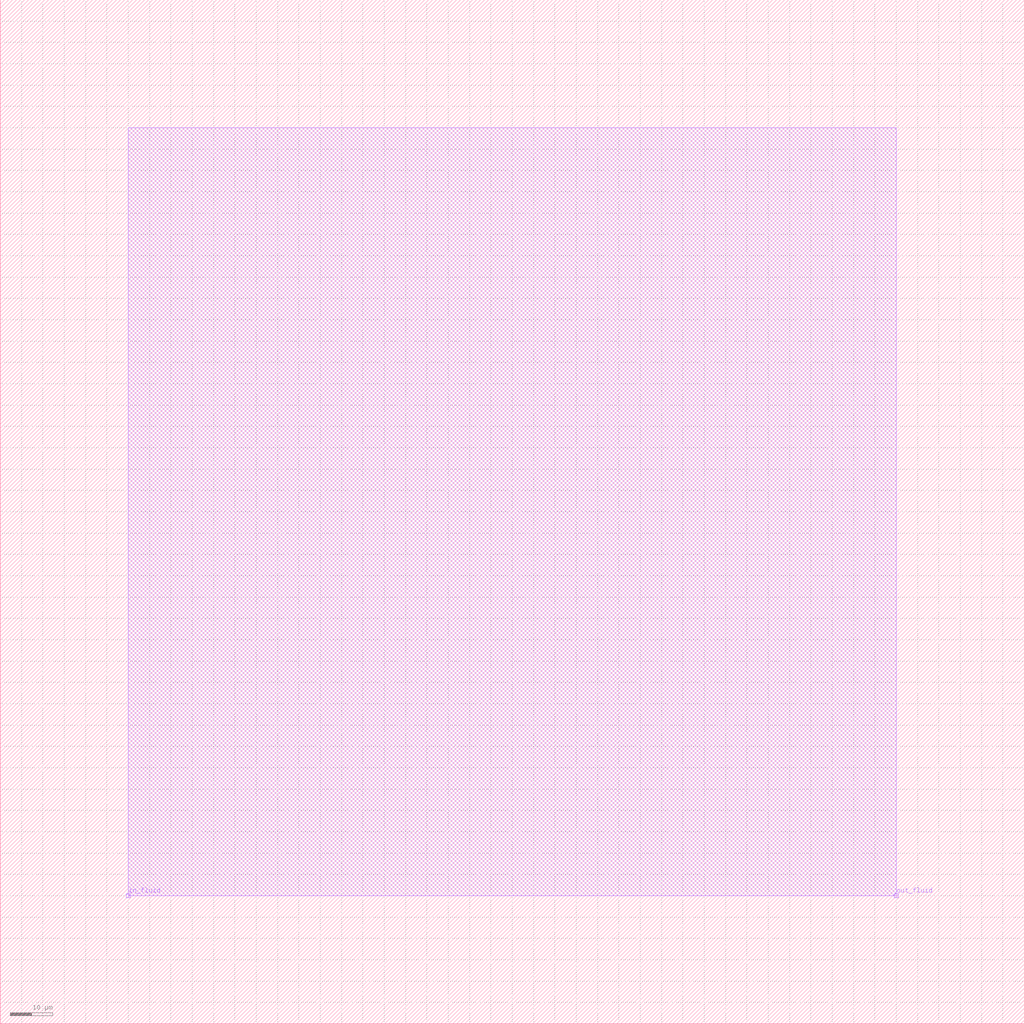
<source format=lef>
 
MACRO serpentine_150px_0
  CLASS CORE ;
  ORIGIN  0 0 ;
  FOREIGN serpentine_150px_0 0 0 ;
  SIZE 240 BY 240 ;
  SYMMETRY X Y ;
  SITE CoreSite ;
  PIN in_fluid
    DIRECTION INPUT ;
    USE SIGNAL ;
    PORT
      LAYER met1 ;
        RECT 29.5 29.5 30.5 30.5 ;
    END
  END in_fluid
  PIN out_fluid
    DIRECTION OUTPUT ;
    USE SIGNAL ;
    PORT
      LAYER met1 ;
        RECT 209.5 29.5 210.5 30.5 ;
    END
  END out_fluid
  OBS
    LAYER met1 ;
      RECT 30 30 210 210 ;
  END
  PROPERTY CatenaDesignType "deviceLevel" ;
END serpentine_150px_0

</source>
